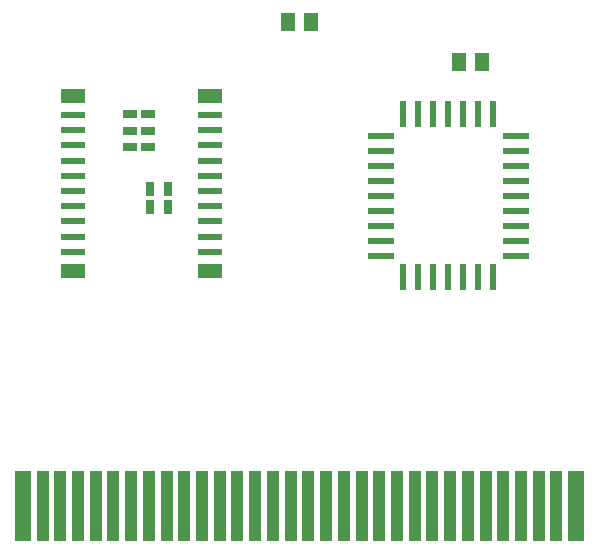
<source format=gbr>
G04 EAGLE Gerber RS-274X export*
G75*
%MOMM*%
%FSLAX34Y34*%
%LPD*%
%INSolderpaste Top*%
%IPPOS*%
%AMOC8*
5,1,8,0,0,1.08239X$1,22.5*%
G01*
%ADD10R,2.000000X1.200000*%
%ADD11R,2.000000X0.600000*%
%ADD12R,1.400000X6.000000*%
%ADD13R,1.000000X6.000000*%
%ADD14R,1.300000X1.600000*%
%ADD15R,0.600000X2.200000*%
%ADD16R,2.200000X0.600000*%
%ADD17R,1.300000X1.500000*%
%ADD18R,1.168400X0.762000*%
%ADD19R,0.762000X1.168400*%


D10*
X179500Y239500D03*
D11*
X179500Y255400D03*
X179500Y268300D03*
X179500Y281200D03*
X179500Y294100D03*
X179500Y307000D03*
X179500Y319900D03*
X179500Y332800D03*
X179500Y345700D03*
X179500Y358600D03*
X179500Y371500D03*
D10*
X179500Y387400D03*
X63500Y239500D03*
D11*
X63500Y255400D03*
X63500Y268300D03*
X63500Y281200D03*
X63500Y294100D03*
X63500Y307000D03*
X63500Y319900D03*
X63500Y332800D03*
X63500Y345700D03*
X63500Y358600D03*
X63500Y371500D03*
D10*
X63500Y387400D03*
D12*
X20500Y40000D03*
D13*
X37500Y40000D03*
X67500Y40000D03*
X82500Y40000D03*
X97500Y40000D03*
X112500Y40000D03*
X127500Y40000D03*
X142500Y40000D03*
X157500Y40000D03*
X172500Y40000D03*
X187500Y40000D03*
X202500Y40000D03*
X217500Y40000D03*
X232500Y40000D03*
X247500Y40000D03*
X262500Y40000D03*
X277500Y40000D03*
X292500Y40000D03*
X307500Y40000D03*
X322500Y40000D03*
X52500Y40000D03*
X337500Y40000D03*
X352500Y40000D03*
X367500Y40000D03*
X382500Y40000D03*
X397500Y40000D03*
X412500Y40000D03*
X427500Y40000D03*
X442500Y40000D03*
X457500Y40000D03*
X472500Y40000D03*
D12*
X489500Y40000D03*
D14*
X409300Y415800D03*
X390300Y415800D03*
D15*
X381000Y372000D03*
X368300Y372000D03*
X355600Y372000D03*
X342900Y372000D03*
D16*
X324000Y341100D03*
X324000Y328400D03*
X324000Y315700D03*
X324000Y303000D03*
X324000Y290300D03*
X324000Y277600D03*
X324000Y264900D03*
X324000Y353800D03*
X324000Y252200D03*
D15*
X342900Y234000D03*
X355600Y234000D03*
X368300Y234000D03*
X381000Y234000D03*
X393700Y234000D03*
X406400Y234000D03*
X419100Y234000D03*
D16*
X438000Y252200D03*
X438000Y264900D03*
X438000Y277600D03*
X438000Y290300D03*
X438000Y303000D03*
X438000Y315700D03*
X438000Y328400D03*
X438000Y341100D03*
X438000Y353800D03*
D15*
X419100Y372000D03*
X406400Y372000D03*
X393700Y372000D03*
D17*
X264500Y450000D03*
X245500Y450000D03*
D18*
X111380Y372000D03*
X126620Y372000D03*
X111380Y358000D03*
X126620Y358000D03*
X111380Y344000D03*
X126620Y344000D03*
D19*
X143380Y308620D03*
X143380Y293380D03*
X128380Y308620D03*
X128380Y293380D03*
M02*

</source>
